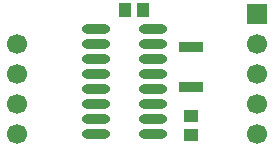
<source format=gbr>
G04 Layer_Color=8388736*
%FSLAX26Y26*%
%MOIN*%
%TF.FileFunction,Soldermask,Top*%
%TF.Part,Single*%
G01*
G75*
%TA.AperFunction,SMDPad,CuDef*%
%ADD23R,0.043307X0.045276*%
%ADD24O,0.094488X0.031496*%
%ADD25R,0.045276X0.043307*%
%ADD26R,0.078740X0.037402*%
%TA.AperFunction,ComponentPad*%
%ADD27R,0.066929X0.066929*%
%ADD28C,0.066929*%
D23*
X425000Y480000D02*
D03*
X486024D02*
D03*
D24*
X519488Y65000D02*
D03*
Y115000D02*
D03*
Y165000D02*
D03*
Y215000D02*
D03*
Y265000D02*
D03*
Y315000D02*
D03*
Y365000D02*
D03*
Y415000D02*
D03*
X330512Y65000D02*
D03*
Y115000D02*
D03*
Y165000D02*
D03*
Y215000D02*
D03*
Y265000D02*
D03*
Y315000D02*
D03*
Y365000D02*
D03*
Y415000D02*
D03*
D25*
X645000Y64488D02*
D03*
Y125512D02*
D03*
D26*
Y224055D02*
D03*
Y355945D02*
D03*
D27*
X866000Y465000D02*
D03*
D28*
Y365000D02*
D03*
Y265000D02*
D03*
Y165000D02*
D03*
Y65000D02*
D03*
X65000Y365000D02*
D03*
Y265000D02*
D03*
Y165000D02*
D03*
Y65000D02*
D03*
%TF.MD5,614e57a0af5055aa152bba797a26af04*%
M02*

</source>
